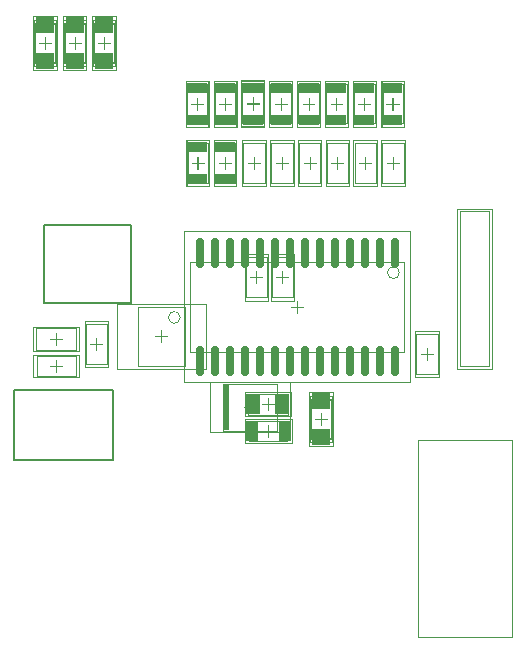
<source format=gtp>
G04*
G04 #@! TF.GenerationSoftware,Altium Limited,Altium Designer,19.1.8 (144)*
G04*
G04 Layer_Color=8421504*
%FSLAX44Y44*%
%MOMM*%
G71*
G01*
G75*
%ADD10C,0.2000*%
%ADD14C,0.1000*%
%ADD17R,0.6187X3.9500*%
%ADD18C,0.0500*%
%ADD19R,1.5000X1.4000*%
%ADD20R,1.0000X1.8000*%
%ADD21R,1.3000X1.7000*%
%ADD22R,1.7000X0.9500*%
%ADD23O,0.7000X2.6000*%
D10*
X249000Y249410D02*
Y308810D01*
X333500D01*
Y249410D01*
X249000D01*
X348271Y382186D02*
Y448686D01*
X274571D01*
Y382186D01*
X348271D01*
D14*
X285072Y324000D02*
Y334000D01*
X284600Y346851D02*
Y356851D01*
X301600Y360851D02*
X267600D01*
Y342851D01*
X301600D01*
Y360851D01*
X289600Y351851D02*
X279600D01*
X301821Y337750D02*
X268321D01*
Y320250D01*
X301821D01*
Y337750D01*
X290072Y329000D02*
X280072D01*
X310250Y330900D02*
Y364400D01*
X327750D01*
Y330900D01*
X310250D01*
X314000Y347650D02*
X324000D01*
X319000Y342650D02*
Y352650D01*
X354000Y329000D02*
X394000D01*
Y379000D01*
X354000D01*
Y329000D01*
X374000Y349000D02*
Y359000D01*
X369000Y354000D02*
X379000D01*
X398500Y341000D02*
Y417000D01*
X579500D01*
Y341000D01*
X398500D01*
X426000Y313750D02*
X472000D01*
Y274250D01*
X426000D01*
Y313750D01*
X444000Y294000D02*
X454000D01*
X449000Y299000D02*
Y289000D01*
X447000Y287610D02*
X481000D01*
Y305610D01*
X447000D01*
Y287610D01*
X448500Y282250D02*
X480500D01*
Y276250D01*
D02*
G03*
X480500Y271750I0J-2250D01*
G01*
Y271752D02*
Y265752D01*
X448500D01*
X448502D02*
Y271752D01*
Y271750D02*
G03*
X448502Y276250I0J2250D01*
G01*
Y282250D01*
X459500Y274000D02*
X469500D01*
X464500Y269000D02*
Y279000D01*
X500500Y268000D02*
X517500D01*
Y300000D01*
X500500D01*
Y268000D01*
X500250Y267250D02*
Y300750D01*
X517750D01*
Y267250D01*
X500250D01*
X499000Y261000D02*
X519000D01*
Y307000D01*
X499000D01*
Y261000D01*
X509000Y279000D02*
Y289000D01*
Y289000D02*
Y279000D01*
X514000Y284000D02*
X504000D01*
X514000D01*
X464000Y291610D02*
Y301610D01*
X459000Y296610D02*
X469000D01*
X484000Y379000D02*
X494000D01*
X489000Y374000D02*
Y384000D01*
X485500Y387000D02*
Y421000D01*
X467500D01*
Y387000D01*
X485500D01*
X476500Y409000D02*
Y399000D01*
X481500Y404000D02*
X471500D01*
X459428D02*
X449428D01*
X454428Y399000D02*
Y409000D01*
X445429Y421000D02*
X463428D01*
Y387000D01*
X445429D01*
Y421000D01*
X390000Y370000D02*
G03*
X390000Y370000I-5000J0D01*
G01*
X508557Y484000D02*
Y518000D01*
X490557D01*
Y484000D01*
X508557D01*
X514057D02*
Y518000D01*
X532057D01*
Y484000D01*
X514057D01*
X518057Y501000D02*
X528057D01*
X523057Y496000D02*
Y506000D01*
X541557Y501000D02*
X551557D01*
X546557Y496000D02*
Y506000D01*
X537557Y484000D02*
Y518000D01*
X555557D01*
Y484000D01*
X537557D01*
X561057D02*
Y518000D01*
X579057D01*
Y484000D01*
X561057D01*
X565057Y501000D02*
X575057D01*
X570057Y496000D02*
Y506000D01*
X626554Y459799D02*
X651447Y459798D01*
X651446D02*
Y328999D01*
X626554D01*
Y459799D01*
X575500Y408000D02*
G03*
X575500Y408000I-5000J0D01*
G01*
X590000Y356000D02*
X608000D01*
Y322000D01*
X590000D01*
Y356000D01*
X594000Y339000D02*
X604000D01*
X599000Y334000D02*
Y344000D01*
X591690Y266500D02*
X671090D01*
Y99600D01*
X591690D01*
Y266500D01*
X504557Y501000D02*
X494557D01*
X499557Y496000D02*
Y506000D01*
X485057Y484000D02*
Y518000D01*
X467057D01*
Y484000D01*
X485057D01*
X461557Y518000D02*
Y484000D01*
X443557D01*
Y518000D01*
X461557D01*
X457557Y501000D02*
X447557D01*
X452557Y496000D02*
Y506000D01*
X432700Y501000D02*
X422700D01*
X432700D01*
X436450Y484250D02*
Y517750D01*
X418950D01*
X436450D01*
Y484250D01*
X418950D01*
Y517750D01*
Y484250D01*
X436450D01*
X471057Y501000D02*
X481057D01*
X476057Y496000D02*
Y506000D01*
X513521Y534250D02*
Y567750D01*
X531021D01*
Y534250D01*
X513521D01*
Y534250D02*
Y567750D01*
X531021D01*
Y534250D01*
X513521D01*
X517271Y551000D02*
X527271D01*
Y551000D02*
X517271D01*
X522271Y556000D02*
Y546000D01*
Y546000D02*
Y556000D01*
X540914Y551000D02*
X550914D01*
Y551000D02*
X540914D01*
X545914Y546000D02*
Y556000D01*
Y556000D02*
Y546000D01*
X537164Y534250D02*
X554664D01*
Y567750D01*
X537164D01*
Y534250D01*
Y534250D02*
Y567750D01*
X554664D01*
Y534250D01*
X537164D01*
X560807D02*
Y567750D01*
X578307D01*
Y534250D01*
X560807D01*
X561307Y534250D02*
X578807D01*
Y567750D01*
X561307D01*
Y534250D01*
X564557Y551000D02*
X574557D01*
X575057Y551000D02*
X565057D01*
X569557Y556000D02*
Y546000D01*
X570057Y546000D02*
Y556000D01*
X507379Y567750D02*
Y534250D01*
X489879D01*
Y567750D01*
X507379D01*
Y567750D02*
Y534250D01*
X489879D01*
Y567750D01*
X507379D01*
X483736D02*
Y534250D01*
X466236D01*
Y567750D01*
X483736D01*
Y567750D02*
Y534250D01*
X466236D01*
Y567750D01*
X483736D01*
X493629Y551000D02*
X503629D01*
Y551000D02*
X493629D01*
X498629Y546000D02*
Y556000D01*
Y556000D02*
Y546000D01*
X460093Y567750D02*
Y534250D01*
X442593D01*
Y567750D01*
X460093D01*
Y568651D02*
Y535151D01*
X442593D01*
Y568651D01*
X460093D01*
X469986Y551000D02*
X479986D01*
Y551000D02*
X469986D01*
X474986Y546000D02*
Y556000D01*
Y556000D02*
Y546000D01*
X437200Y568000D02*
Y534000D01*
X419200D01*
Y568000D01*
X437200D01*
X436450Y567750D02*
Y534250D01*
X418950D01*
Y567750D01*
X436450D01*
X433200Y551000D02*
X423200D01*
X422700D02*
X432700D01*
X446343Y551000D02*
X456343D01*
Y551901D02*
X446343D01*
X451343Y556000D02*
Y546000D01*
Y546901D02*
Y556901D01*
X413557Y568000D02*
Y534000D01*
X395557D01*
Y568000D01*
X413557D01*
X412807Y567750D02*
Y534250D01*
X395307D01*
Y567750D01*
X412807D01*
X409557Y551000D02*
X399557D01*
X399057D02*
X409057D01*
X427700Y546000D02*
Y556000D01*
X428200D02*
Y546000D01*
X413807Y517750D02*
Y484250D01*
X396307D01*
Y517750D01*
X413807D01*
X413307D02*
Y484250D01*
X395807D01*
Y517750D01*
X413307D01*
X410057Y501000D02*
X400057D01*
X399557D02*
X409557D01*
X427700Y496000D02*
Y506000D01*
Y496000D01*
X405057D02*
Y506000D01*
X404557D02*
Y496000D01*
Y546000D02*
Y556000D01*
X404057D02*
Y546000D01*
X334322Y585814D02*
Y619314D01*
X316821D01*
Y585814D01*
X334322D01*
X334072Y586564D02*
Y618564D01*
X317072D01*
Y586564D01*
X334072D01*
X330572Y602564D02*
X320572D01*
X330572D01*
X335572Y579564D02*
Y625564D01*
X315572D01*
Y579564D01*
X335572D01*
X325572Y597564D02*
Y607564D01*
Y597564D01*
X305572Y602564D02*
X295571D01*
X305572D01*
X309072Y586564D02*
Y618564D01*
X292072D01*
Y586564D01*
X309072D01*
X309322Y585814D02*
Y619314D01*
X291821D01*
Y585814D01*
X309322D01*
X310571Y579564D02*
Y625564D01*
X290572D01*
Y579564D01*
X310571D01*
X300571Y597564D02*
Y607564D01*
Y597564D01*
X280571Y602564D02*
X270571D01*
X280571D01*
X284072Y586564D02*
Y618564D01*
X267072D01*
Y586564D01*
X284072D01*
X284322Y585814D02*
Y619314D01*
X266821D01*
Y585814D01*
X284322D01*
X285571Y579564D02*
Y625564D01*
X265572D01*
Y579564D01*
X285571D01*
X275571Y597564D02*
Y607564D01*
Y597564D01*
D17*
X429094Y294000D02*
D03*
D18*
X309500Y328150D02*
Y367150D01*
X328500D01*
Y328150D01*
X309500D01*
X336500Y326500D02*
X411500D01*
Y381500D01*
X336500D01*
Y326500D01*
X393500Y315000D02*
Y443000D01*
X584500D01*
Y315000D01*
X393500D01*
X415105D02*
X482895D01*
Y273000D01*
X415105D01*
Y315000D01*
X444500Y286610D02*
X483500D01*
Y306610D01*
X444500D01*
Y286610D01*
X444500Y284000D02*
X484500D01*
Y264000D01*
X444500D01*
Y284000D01*
X499500Y264500D02*
Y303500D01*
X518500D01*
Y264500D01*
X499500D01*
X589000Y319500D02*
Y358500D01*
X609000D01*
Y319500D01*
X589000D01*
X624300Y326749D02*
Y462049D01*
X653700D01*
Y326749D01*
X624300D01*
X486000Y424000D02*
X467000D01*
Y384000D01*
X486000D01*
Y424000D01*
X463928D02*
X444929D01*
Y384000D01*
X463928D01*
Y424000D01*
X509557Y481500D02*
Y520500D01*
X489557D01*
Y481500D01*
X509557D01*
X513057D02*
Y520500D01*
X533057D01*
Y481500D01*
X513057D01*
X536557D02*
Y520500D01*
X556557D01*
Y481500D01*
X536557D01*
X560057D02*
Y520500D01*
X580057D01*
Y481500D01*
X560057D01*
X560057Y531500D02*
Y570500D01*
X579057D01*
Y531500D01*
X560057D01*
X560557Y531500D02*
X579557D01*
Y570500D01*
X560557D01*
Y531500D01*
X555414Y531500D02*
Y570500D01*
X536414D01*
Y531500D01*
X555414D01*
Y531500D02*
Y570500D01*
X536414D01*
Y531500D01*
X555414D01*
X531771D02*
Y570500D01*
X512771D01*
Y531500D01*
X531771D01*
Y531500D02*
Y570500D01*
X512771D01*
Y531500D01*
X531771D01*
X508129D02*
Y570500D01*
X489128D01*
Y531500D01*
X508129D01*
Y531500D02*
Y570500D01*
X489128D01*
Y531500D01*
X508129D01*
X484486D02*
Y570500D01*
X465486D01*
Y531500D01*
X484486D01*
Y531500D02*
Y570500D01*
X465486D01*
Y531500D01*
X484486D01*
X486057Y520500D02*
Y481500D01*
X466057D01*
Y520500D01*
X486057D01*
X462557D02*
Y481500D01*
X442557D01*
Y520500D01*
X462557D01*
X460843Y531500D02*
Y570500D01*
X441843D01*
Y531500D01*
X460843D01*
Y532401D02*
Y571401D01*
X441843D01*
Y532401D01*
X460843D01*
X438200Y531500D02*
Y570500D01*
X418200D01*
Y531500D01*
X438200D01*
X437200Y531500D02*
Y570500D01*
X418200D01*
Y531500D01*
X437200D01*
Y520500D02*
Y481500D01*
X418200D01*
Y520500D01*
X437200D01*
Y520500D02*
Y481500D01*
X418200D01*
Y520500D01*
X437200D01*
X414557Y520500D02*
Y481500D01*
X395557D01*
Y520500D01*
X414557D01*
X414057Y520500D02*
Y481500D01*
X395057D01*
Y520500D01*
X414057D01*
X414557Y531500D02*
Y570500D01*
X394557D01*
Y531500D01*
X414557D01*
X413557Y531500D02*
Y570500D01*
X394557D01*
Y531500D01*
X413557D01*
X335071Y583064D02*
Y622064D01*
X316072D01*
Y583064D01*
X335071D01*
X310072D02*
Y622064D01*
X291072D01*
Y583064D01*
X310072D01*
X285072D02*
Y622064D01*
X266072D01*
Y583064D01*
X285072D01*
X265100Y361851D02*
X304100D01*
Y341851D01*
X265100D01*
Y361851D01*
X265572Y338500D02*
X304572D01*
Y319500D01*
X265572D01*
Y338500D01*
D19*
X509000Y269000D02*
D03*
Y299000D02*
D03*
X325572Y587564D02*
D03*
Y617564D02*
D03*
X300571D02*
D03*
Y587564D02*
D03*
X275571Y617564D02*
D03*
Y587564D02*
D03*
D20*
X450500Y274000D02*
D03*
X478500D02*
D03*
D21*
X452000Y296610D02*
D03*
X476000D02*
D03*
D22*
X427700Y487500D02*
D03*
Y514500D02*
D03*
X451343Y537500D02*
D03*
X474986D02*
D03*
X498629D02*
D03*
X522271D02*
D03*
X545914D02*
D03*
X569557D02*
D03*
Y564500D02*
D03*
X545914D02*
D03*
X522271D02*
D03*
X498629D02*
D03*
X474986D02*
D03*
X451343D02*
D03*
X427700Y564500D02*
D03*
Y537500D02*
D03*
X404057Y564500D02*
D03*
Y537500D02*
D03*
X404557Y514500D02*
D03*
Y487500D02*
D03*
D23*
X406450Y333000D02*
D03*
X419150D02*
D03*
X431850D02*
D03*
X444550D02*
D03*
X457250D02*
D03*
X469950D02*
D03*
X482650D02*
D03*
X495350D02*
D03*
X508050D02*
D03*
X520750D02*
D03*
X533450D02*
D03*
X546150D02*
D03*
X558850D02*
D03*
X571550D02*
D03*
Y425000D02*
D03*
X558850D02*
D03*
X546150D02*
D03*
X533450D02*
D03*
X520750D02*
D03*
X508050D02*
D03*
X495350D02*
D03*
X482650D02*
D03*
X469950D02*
D03*
X457250D02*
D03*
X444550D02*
D03*
X431850D02*
D03*
X419150D02*
D03*
X406450D02*
D03*
M02*

</source>
